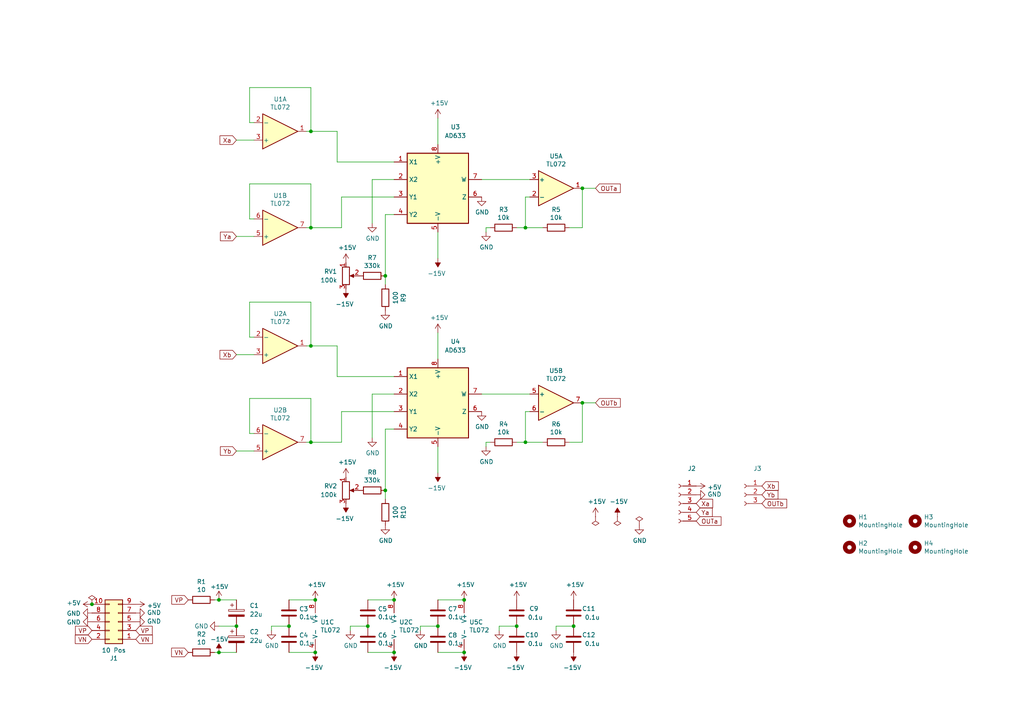
<source format=kicad_sch>
(kicad_sch (version 20211123) (generator eeschema)
  (paper "A4")
  (title_block (title "produkt") (date "2021-07-28") (rev "R01") (comment 1 "schema for main pcb") (comment 2 "vca and ringmodulator") (comment 4 "License CC BY 4.0 - Attribution 4.0 International"))
  (lib_symbols
    (symbol "Amplifier_Operational:TL072" (pin_names (offset 0.127))
      (property "Reference" "U" (at 0 5.08 0))
      (property "Value" "TL072" (at 0 -5.08 0))
      (symbol "TL072_1_1"
        (polyline (pts (xy -5.08 5.08) (xy 5.08 0) (xy -5.08 -5.08) (xy -5.08 5.08)) (stroke (width 0.254)) (fill (type background)))
        (pin output line (at 7.62 0 180) (length 2.54) (name "~") (number "1"))
        (pin input line (at -7.62 -2.54 0) (length 2.54) (name "-") (number "2"))
        (pin input line (at -7.62 2.54 0) (length 2.54) (name "+") (number "3"))
      )
      (symbol "TL072_2_1"
        (polyline (pts (xy -5.08 5.08) (xy 5.08 0) (xy -5.08 -5.08) (xy -5.08 5.08)) (stroke (width 0.254)) (fill (type background)))
        (pin input line (at -7.62 2.54 0) (length 2.54) (name "+") (number "5"))
        (pin input line (at -7.62 -2.54 0) (length 2.54) (name "-") (number "6"))
        (pin output line (at 7.62 0 180) (length 2.54) (name "~") (number "7"))
      )
      (symbol "TL072_3_1"
        (pin power_in line (at -2.54 -7.62 90) (length 3.81) (name "V-") (number "4"))
        (pin power_in line (at -2.54 7.62 270) (length 3.81) (name "V+") (number "8"))
      )
    )
    (symbol "Connector:Conn_01x03_Female" (pin_names (offset 1.016) hide)
      (property "Reference" "J" (at 0 5.08 0))
      (property "Value" "Conn_01x03_Female" (at 0 -5.08 0))
      (symbol "Conn_01x03_Female_1_1"
        (arc (start 0 -2.032) (mid -0.508 -2.54) (end 0 -3.048) (stroke (width 0.1524)))
        (polyline (pts (xy -1.27 -2.54) (xy -0.508 -2.54)) (stroke (width 0.1524)))
        (polyline (pts (xy -1.27 0) (xy -0.508 0)) (stroke (width 0.1524)))
        (polyline (pts (xy -1.27 2.54) (xy -0.508 2.54)) (stroke (width 0.1524)))
        (arc (start 0 0.508) (mid -0.508 0) (end 0 -0.508) (stroke (width 0.1524)))
        (arc (start 0 3.048) (mid -0.508 2.54) (end 0 2.032) (stroke (width 0.1524)))
        (pin passive line (at -5.08 2.54 0) (length 3.81) (name "Pin_1") (number "1"))
        (pin passive line (at -5.08 0 0) (length 3.81) (name "Pin_2") (number "2"))
        (pin passive line (at -5.08 -2.54 0) (length 3.81) (name "Pin_3") (number "3"))
      )
    )
    (symbol "Connector:Conn_01x05_Female" (pin_names (offset 1.016) hide)
      (property "Reference" "J" (at 0 7.62 0))
      (property "Value" "Conn_01x05_Female" (at 0 -7.62 0))
      (symbol "Conn_01x05_Female_1_1"
        (arc (start 0 -4.572) (mid -0.508 -5.08) (end 0 -5.588) (stroke (width 0.1524)))
        (arc (start 0 -2.032) (mid -0.508 -2.54) (end 0 -3.048) (stroke (width 0.1524)))
        (polyline (pts (xy -1.27 -5.08) (xy -0.508 -5.08)) (stroke (width 0.1524)))
        (polyline (pts (xy -1.27 -2.54) (xy -0.508 -2.54)) (stroke (width 0.1524)))
        (polyline (pts (xy -1.27 0) (xy -0.508 0)) (stroke (width 0.1524)))
        (polyline (pts (xy -1.27 2.54) (xy -0.508 2.54)) (stroke (width 0.1524)))
        (polyline (pts (xy -1.27 5.08) (xy -0.508 5.08)) (stroke (width 0.1524)))
        (arc (start 0 0.508) (mid -0.508 0) (end 0 -0.508) (stroke (width 0.1524)))
        (arc (start 0 3.048) (mid -0.508 2.54) (end 0 2.032) (stroke (width 0.1524)))
        (arc (start 0 5.588) (mid -0.508 5.08) (end 0 4.572) (stroke (width 0.1524)))
        (pin passive line (at -5.08 5.08 0) (length 3.81) (name "Pin_1") (number "1"))
        (pin passive line (at -5.08 2.54 0) (length 3.81) (name "Pin_2") (number "2"))
        (pin passive line (at -5.08 0 0) (length 3.81) (name "Pin_3") (number "3"))
        (pin passive line (at -5.08 -2.54 0) (length 3.81) (name "Pin_4") (number "4"))
        (pin passive line (at -5.08 -5.08 0) (length 3.81) (name "Pin_5") (number "5"))
      )
    )
    (symbol "Connector_Generic:Conn_02x05_Odd_Even" (pin_names (offset 1.016) hide)
      (property "Reference" "J" (at 1.27 7.62 0))
      (property "Value" "Conn_02x05_Odd_Even" (at 1.27 -7.62 0))
      (symbol "Conn_02x05_Odd_Even_1_1"
        (rectangle (start -1.27 -4.953) (end 0 -5.207) (stroke (width 0.1524)))
        (rectangle (start -1.27 -2.413) (end 0 -2.667) (stroke (width 0.1524)))
        (rectangle (start -1.27 0.127) (end 0 -0.127) (stroke (width 0.1524)))
        (rectangle (start -1.27 2.667) (end 0 2.413) (stroke (width 0.1524)))
        (rectangle (start -1.27 5.207) (end 0 4.953) (stroke (width 0.1524)))
        (rectangle (start -1.27 6.35) (end 3.81 -6.35) (stroke (width 0.254)) (fill (type background)))
        (rectangle (start 3.81 -4.953) (end 2.54 -5.207) (stroke (width 0.1524)))
        (rectangle (start 3.81 -2.413) (end 2.54 -2.667) (stroke (width 0.1524)))
        (rectangle (start 3.81 0.127) (end 2.54 -0.127) (stroke (width 0.1524)))
        (rectangle (start 3.81 2.667) (end 2.54 2.413) (stroke (width 0.1524)))
        (rectangle (start 3.81 5.207) (end 2.54 4.953) (stroke (width 0.1524)))
        (pin passive line (at -5.08 5.08 0) (length 3.81) (name "Pin_1") (number "1"))
        (pin passive line (at 7.62 -5.08 180) (length 3.81) (name "Pin_10") (number "10"))
        (pin passive line (at 7.62 5.08 180) (length 3.81) (name "Pin_2") (number "2"))
        (pin passive line (at -5.08 2.54 0) (length 3.81) (name "Pin_3") (number "3"))
        (pin passive line (at 7.62 2.54 180) (length 3.81) (name "Pin_4") (number "4"))
        (pin passive line (at -5.08 0 0) (length 3.81) (name "Pin_5") (number "5"))
        (pin passive line (at 7.62 0 180) (length 3.81) (name "Pin_6") (number "6"))
        (pin passive line (at -5.08 -2.54 0) (length 3.81) (name "Pin_7") (number "7"))
        (pin passive line (at 7.62 -2.54 180) (length 3.81) (name "Pin_8") (number "8"))
        (pin passive line (at -5.08 -5.08 0) (length 3.81) (name "Pin_9") (number "9"))
      )
    )
    (symbol "Device:C" (pin_numbers hide) (pin_names (offset 0.254))
      (property "Reference" "C" (at 0.635 2.54 0))
      (property "Value" "C" (at 0.635 -2.54 0))
      (symbol "C_0_1"
        (polyline (pts (xy -2.032 -0.762) (xy 2.032 -0.762)) (stroke (width 0.508)))
        (polyline (pts (xy -2.032 0.762) (xy 2.032 0.762)) (stroke (width 0.508)))
      )
      (symbol "C_1_1"
        (pin passive line (at 0 3.81 270) (length 2.794) (name "~") (number "1"))
        (pin passive line (at 0 -3.81 90) (length 2.794) (name "~") (number "2"))
      )
    )
    (symbol "Device:C_Polarized" (pin_numbers hide) (pin_names (offset 0.254))
      (property "Reference" "C" (at 0.635 2.54 0))
      (property "Value" "C_Polarized" (at 0.635 -2.54 0))
      (symbol "C_Polarized_0_1"
        (rectangle (start -2.286 0.508) (end 2.286 1.016))
        (polyline (pts (xy -1.778 2.286) (xy -0.762 2.286)))
        (polyline (pts (xy -1.27 2.794) (xy -1.27 1.778)))
        (rectangle (start 2.286 -0.508) (end -2.286 -1.016) (fill (type outline)))
      )
      (symbol "C_Polarized_1_1"
        (pin passive line (at 0 3.81 270) (length 2.794) (name "~") (number "1"))
        (pin passive line (at 0 -3.81 90) (length 2.794) (name "~") (number "2"))
      )
    )
    (symbol "Device:R" (pin_numbers hide) (pin_names (offset 0))
      (property "Reference" "R" (at 2.032 0 90))
      (property "Value" "R" (at 0 0 90))
      (symbol "R_0_1"
        (rectangle (start -1.016 -2.54) (end 1.016 2.54) (stroke (width 0.254)))
      )
      (symbol "R_1_1"
        (pin passive line (at 0 3.81 270) (length 1.27) (name "~") (number "1"))
        (pin passive line (at 0 -3.81 90) (length 1.27) (name "~") (number "2"))
      )
    )
    (symbol "Device:R_Potentiometer" (pin_names (offset 1.016) hide)
      (property "Reference" "RV" (at -4.445 0 90))
      (property "Value" "R_Potentiometer" (at -2.54 0 90))
      (symbol "R_Potentiometer_0_1"
        (polyline (pts (xy 2.54 0) (xy 1.524 0)))
        (polyline (pts (xy 1.143 0) (xy 2.286 0.508) (xy 2.286 -0.508) (xy 1.143 0)) (fill (type outline)))
        (rectangle (start 1.016 2.54) (end -1.016 -2.54) (stroke (width 0.254)))
      )
      (symbol "R_Potentiometer_1_1"
        (pin passive line (at 0 3.81 270) (length 1.27) (name "1") (number "1"))
        (pin passive line (at 3.81 0 180) (length 1.27) (name "2") (number "2"))
        (pin passive line (at 0 -3.81 90) (length 1.27) (name "3") (number "3"))
      )
    )
    (symbol "Mechanical:MountingHole" (pin_names (offset 1.016))
      (property "Reference" "H" (at 0 5.08 0))
      (property "Value" "MountingHole" (at 0 3.175 0))
      (symbol "MountingHole_0_1"
        (circle (center 0 0) (radius 1.27) (stroke (width 1.27)))
      )
    )
    (symbol "elektrophon:AD633"
      (property "Reference" "U" (at -10.16 8.89 0))
      (property "Value" "AD633" (at 2.54 8.89 0))
      (symbol "AD633_0_0"
        (pin power_in line (at 0 -15.24 90) (length 2.54) (name "-V") (number "5"))
        (pin power_in line (at 0 10.16 270) (length 2.54) (name "+V") (number "8"))
      )
      (symbol "AD633_0_1"
        (rectangle (start -8.89 -12.7) (end 8.89 7.62) (stroke (width 0.254)) (fill (type background)))
        (rectangle (start -8.89 -12.7) (end 8.89 7.62) (stroke (width 0.254)) (fill (type background)))
      )
      (symbol "AD633_1_1"
        (pin input line (at -12.7 5.08 0) (length 3.81) (name "X1") (number "1"))
        (pin input line (at -12.7 0 0) (length 3.81) (name "X2") (number "2"))
        (pin input line (at -12.7 -5.08 0) (length 3.81) (name "Y1") (number "3"))
        (pin input line (at -12.7 -10.16 0) (length 3.81) (name "Y2") (number "4"))
        (pin input line (at 12.7 -5.08 180) (length 3.81) (name "Z") (number "6"))
        (pin output line (at 12.7 0 180) (length 3.81) (name "W") (number "7"))
      )
    )
    (symbol "power:+15V" (power) (pin_names (offset 0))
      (property "Value" "+15V" (at 0 3.556 0))
      (symbol "+15V_0_1"
        (polyline (pts (xy -0.762 1.27) (xy 0 2.54)))
        (polyline (pts (xy 0 0) (xy 0 2.54)))
        (polyline (pts (xy 0 2.54) (xy 0.762 1.27)))
      )
      (symbol "+15V_1_1"
        (pin power_in line (at 0 0 90) (length 0) hide (name "+15V") (number "1"))
      )
    )
    (symbol "power:+5V" (power) (pin_names (offset 0))
      (property "Value" "+5V" (at 0 3.556 0))
      (symbol "+5V_0_1"
        (polyline (pts (xy -0.762 1.27) (xy 0 2.54)))
        (polyline (pts (xy 0 0) (xy 0 2.54)))
        (polyline (pts (xy 0 2.54) (xy 0.762 1.27)))
      )
      (symbol "+5V_1_1"
        (pin power_in line (at 0 0 90) (length 0) hide (name "+5V") (number "1"))
      )
    )
    (symbol "power:-15V" (power) (pin_names (offset 0))
      (property "Value" "-15V" (at 0 3.81 0))
      (symbol "-15V_0_0"
        (pin power_in line (at 0 0 90) (length 0) hide (name "-15V") (number "1"))
      )
      (symbol "-15V_0_1"
        (polyline (pts (xy 0 0) (xy 0 1.27) (xy 0.762 1.27) (xy 0 2.54) (xy -0.762 1.27) (xy 0 1.27)) (fill (type outline)))
      )
    )
    (symbol "power:GND" (power) (pin_names (offset 0))
      (property "Value" "GND" (at 0 -3.81 0))
      (symbol "GND_0_1"
        (polyline (pts (xy 0 0) (xy 0 -1.27) (xy 1.27 -1.27) (xy 0 -2.54) (xy -1.27 -1.27) (xy 0 -1.27)))
      )
      (symbol "GND_1_1"
        (pin power_in line (at 0 0 270) (length 0) hide (name "GND") (number "1"))
      )
    )
    (symbol "power:PWR_FLAG" (power) (pin_numbers hide) (pin_names (offset 0) hide)
      (property "Value" "PWR_FLAG" (at 0 3.81 0))
      (symbol "PWR_FLAG_0_0"
        (pin power_out line (at 0 0 90) (length 0) (name "pwr") (number "1"))
      )
      (symbol "PWR_FLAG_0_1"
        (polyline (pts (xy 0 0) (xy 0 1.27) (xy -1.016 1.905) (xy 0 2.54) (xy 1.016 1.905) (xy 0 1.27)))
      )
    )
  )
  (junction (at 111.76 80.01))
  (junction (at 26.67 175.26))
  (junction (at 91.44 189.23))
  (junction (at 168.91 54.61))
  (junction (at 106.68 181.61))
  (junction (at 68.58 181.61))
  (junction (at 90.17 100.33))
  (junction (at 90.17 66.04))
  (junction (at 152.4 66.04))
  (junction (at 114.3 173.99))
  (junction (at 168.91 116.84))
  (junction (at 134.62 173.99))
  (junction (at 152.4 128.27))
  (junction (at 83.82 181.61))
  (junction (at 90.17 38.1))
  (junction (at 166.37 181.61))
  (junction (at 134.62 189.23))
  (junction (at 149.86 181.61))
  (junction (at 114.3 189.23))
  (junction (at 91.44 173.99))
  (junction (at 63.5 189.23))
  (junction (at 63.5 173.99))
  (junction (at 127 181.61))
  (junction (at 90.17 128.27))
  (junction (at 111.76 142.24))
  (wire (pts (xy 111.76 82.55) (xy 111.76 80.01)))
  (wire (pts (xy 62.23 173.99) (xy 63.5 173.99)))
  (wire (pts (xy 78.74 182.88) (xy 78.74 181.61)))
  (wire (pts (xy 73.66 97.79) (xy 72.39 97.79)))
  (wire (pts (xy 139.7 52.07) (xy 153.67 52.07)))
  (wire (pts (xy 134.62 189.23) (xy 127 189.23)))
  (wire (pts (xy 114.3 109.22) (xy 97.79 109.22)))
  (wire (pts (xy 121.92 182.88) (xy 121.92 181.61)))
  (wire (pts (xy 127 137.16) (xy 127 129.54)))
  (wire (pts (xy 127 173.99) (xy 134.62 173.99)))
  (wire (pts (xy 73.66 125.73) (xy 72.39 125.73)))
  (wire (pts (xy 152.4 128.27) (xy 152.4 119.38)))
  (wire (pts (xy 139.7 114.3) (xy 153.67 114.3)))
  (wire (pts (xy 63.5 173.99) (xy 68.58 173.99)))
  (wire (pts (xy 111.76 62.23) (xy 114.3 62.23)))
  (wire (pts (xy 72.39 115.57) (xy 90.17 115.57)))
  (wire (pts (xy 168.91 128.27) (xy 168.91 116.84)))
  (wire (pts (xy 99.06 119.38) (xy 114.3 119.38)))
  (wire (pts (xy 165.1 128.27) (xy 168.91 128.27)))
  (wire (pts (xy 83.82 173.99) (xy 91.44 173.99)))
  (wire (pts (xy 88.9 66.04) (xy 90.17 66.04)))
  (wire (pts (xy 97.79 109.22) (xy 97.79 100.33)))
  (wire (pts (xy 68.58 130.81) (xy 73.66 130.81)))
  (wire (pts (xy 127 34.29) (xy 127 41.91)))
  (wire (pts (xy 152.4 66.04) (xy 152.4 57.15)))
  (wire (pts (xy 107.95 114.3) (xy 114.3 114.3)))
  (wire (pts (xy 107.95 114.3) (xy 107.95 127)))
  (wire (pts (xy 88.9 100.33) (xy 90.17 100.33)))
  (wire (pts (xy 88.9 128.27) (xy 90.17 128.27)))
  (wire (pts (xy 153.67 119.38) (xy 152.4 119.38)))
  (wire (pts (xy 90.17 128.27) (xy 99.06 128.27)))
  (wire (pts (xy 72.39 35.56) (xy 72.39 25.4)))
  (wire (pts (xy 149.86 66.04) (xy 152.4 66.04)))
  (wire (pts (xy 90.17 25.4) (xy 90.17 38.1)))
  (wire (pts (xy 90.17 38.1) (xy 97.79 38.1)))
  (wire (pts (xy 101.6 182.88) (xy 101.6 181.61)))
  (wire (pts (xy 111.76 80.01) (xy 111.76 62.23)))
  (wire (pts (xy 157.48 66.04) (xy 152.4 66.04)))
  (wire (pts (xy 149.86 128.27) (xy 152.4 128.27)))
  (wire (pts (xy 107.95 52.07) (xy 107.95 64.77)))
  (wire (pts (xy 140.97 67.31) (xy 140.97 66.04)))
  (wire (pts (xy 114.3 46.99) (xy 97.79 46.99)))
  (wire (pts (xy 106.68 173.99) (xy 114.3 173.99)))
  (wire (pts (xy 90.17 115.57) (xy 90.17 128.27)))
  (wire (pts (xy 72.39 25.4) (xy 90.17 25.4)))
  (wire (pts (xy 168.91 116.84) (xy 172.72 116.84)))
  (wire (pts (xy 90.17 100.33) (xy 97.79 100.33)))
  (wire (pts (xy 78.74 181.61) (xy 83.82 181.61)))
  (wire (pts (xy 140.97 129.54) (xy 140.97 128.27)))
  (wire (pts (xy 111.76 124.46) (xy 114.3 124.46)))
  (wire (pts (xy 168.91 54.61) (xy 172.72 54.61)))
  (wire (pts (xy 99.06 57.15) (xy 114.3 57.15)))
  (wire (pts (xy 161.29 181.61) (xy 166.37 181.61)))
  (wire (pts (xy 90.17 53.34) (xy 90.17 66.04)))
  (wire (pts (xy 107.95 52.07) (xy 114.3 52.07)))
  (wire (pts (xy 68.58 181.61) (xy 63.5 181.61)))
  (wire (pts (xy 62.23 189.23) (xy 63.5 189.23)))
  (wire (pts (xy 140.97 66.04) (xy 142.24 66.04)))
  (wire (pts (xy 72.39 125.73) (xy 72.39 115.57)))
  (wire (pts (xy 73.66 63.5) (xy 72.39 63.5)))
  (wire (pts (xy 68.58 40.64) (xy 73.66 40.64)))
  (wire (pts (xy 101.6 181.61) (xy 106.68 181.61)))
  (wire (pts (xy 97.79 46.99) (xy 97.79 38.1)))
  (wire (pts (xy 73.66 35.56) (xy 72.39 35.56)))
  (wire (pts (xy 68.58 102.87) (xy 73.66 102.87)))
  (wire (pts (xy 127 96.52) (xy 127 104.14)))
  (wire (pts (xy 91.44 189.23) (xy 83.82 189.23)))
  (wire (pts (xy 68.58 68.58) (xy 73.66 68.58)))
  (wire (pts (xy 144.78 181.61) (xy 149.86 181.61)))
  (wire (pts (xy 90.17 66.04) (xy 99.06 66.04)))
  (wire (pts (xy 157.48 128.27) (xy 152.4 128.27)))
  (wire (pts (xy 99.06 66.04) (xy 99.06 57.15)))
  (wire (pts (xy 111.76 144.78) (xy 111.76 142.24)))
  (wire (pts (xy 72.39 97.79) (xy 72.39 87.63)))
  (wire (pts (xy 127 74.93) (xy 127 67.31)))
  (wire (pts (xy 114.3 189.23) (xy 106.68 189.23)))
  (wire (pts (xy 72.39 87.63) (xy 90.17 87.63)))
  (wire (pts (xy 63.5 189.23) (xy 68.58 189.23)))
  (wire (pts (xy 90.17 87.63) (xy 90.17 100.33)))
  (wire (pts (xy 99.06 128.27) (xy 99.06 119.38)))
  (wire (pts (xy 121.92 181.61) (xy 127 181.61)))
  (wire (pts (xy 72.39 53.34) (xy 90.17 53.34)))
  (wire (pts (xy 88.9 38.1) (xy 90.17 38.1)))
  (wire (pts (xy 153.67 57.15) (xy 152.4 57.15)))
  (wire (pts (xy 111.76 142.24) (xy 111.76 124.46)))
  (wire (pts (xy 168.91 66.04) (xy 168.91 54.61)))
  (wire (pts (xy 161.29 182.88) (xy 161.29 181.61)))
  (wire (pts (xy 144.78 182.88) (xy 144.78 181.61)))
  (wire (pts (xy 72.39 63.5) (xy 72.39 53.34)))
  (wire (pts (xy 165.1 66.04) (xy 168.91 66.04)))
  (wire (pts (xy 140.97 128.27) (xy 142.24 128.27)))
  (global_label "Xa" (shape input) (at 68.58 40.64 180) (property "Intersheet References" "${INTERSHEET_REFS}" (effects hide)))
  (global_label "Ya" (shape input) (at 201.93 148.59 0) (property "Intersheet References" "${INTERSHEET_REFS}" (effects hide)))
  (global_label "Xb" (shape input) (at 220.98 140.97 0) (property "Intersheet References" "${INTERSHEET_REFS}" (effects hide)))
  (global_label "Yb" (shape input) (at 68.58 130.81 180) (property "Intersheet References" "${INTERSHEET_REFS}" (effects hide)))
  (global_label "VP" (shape input) (at 39.37 182.88 0) (property "Intersheet References" "${INTERSHEET_REFS}" (effects hide)))
  (global_label "Yb" (shape input) (at 220.98 143.51 0) (property "Intersheet References" "${INTERSHEET_REFS}" (effects hide)))
  (global_label "Xb" (shape input) (at 68.58 102.87 180) (property "Intersheet References" "${INTERSHEET_REFS}" (effects hide)))
  (global_label "VN" (shape input) (at 39.37 185.42 0) (property "Intersheet References" "${INTERSHEET_REFS}" (effects hide)))
  (global_label "OUTb" (shape input) (at 172.72 116.84 0) (property "Intersheet References" "${INTERSHEET_REFS}" (effects hide)))
  (global_label "VN" (shape input) (at 54.61 189.23 180) (property "Intersheet References" "${INTERSHEET_REFS}" (effects hide)))
  (global_label "OUTb" (shape input) (at 220.98 146.05 0) (property "Intersheet References" "${INTERSHEET_REFS}" (effects hide)))
  (global_label "VN" (shape input) (at 26.67 185.42 180) (property "Intersheet References" "${INTERSHEET_REFS}" (effects hide)))
  (global_label "VP" (shape input) (at 54.61 173.99 180) (property "Intersheet References" "${INTERSHEET_REFS}" (effects hide)))
  (global_label "OUTa" (shape input) (at 172.72 54.61 0) (property "Intersheet References" "${INTERSHEET_REFS}" (effects hide)))
  (global_label "VP" (shape input) (at 26.67 182.88 180) (property "Intersheet References" "${INTERSHEET_REFS}" (effects hide)))
  (global_label "Ya" (shape input) (at 68.58 68.58 180) (property "Intersheet References" "${INTERSHEET_REFS}" (effects hide)))
  (global_label "OUTa" (shape input) (at 201.93 151.13 0) (property "Intersheet References" "${INTERSHEET_REFS}" (effects hide)))
  (global_label "Xa" (shape input) (at 201.93 146.05 0) (property "Intersheet References" "${INTERSHEET_REFS}" (effects hide)))
  (symbol (lib_id "power:+15V") (at 91.44 173.99 0) (unit 1)
    (property "Reference" "#PWR011" (effects hide))
    (property "Value" "+15V" (at 91.821 169.5958 0))
  )
  (symbol (lib_id "power:-15V") (at 91.44 189.23 180) (unit 1)
    (property "Reference" "#PWR012" (effects hide))
    (property "Value" "-15V" (at 91.059 193.6242 0))
  )
  (symbol (lib_id "power:+15V") (at 114.3 173.99 0) (unit 1)
    (property "Reference" "#PWR016" (effects hide))
    (property "Value" "+15V" (at 114.681 169.5958 0))
  )
  (symbol (lib_id "power:-15V") (at 114.3 189.23 180) (unit 1)
    (property "Reference" "#PWR017" (effects hide))
    (property "Value" "-15V" (at 113.919 193.6242 0))
  )
  (symbol (lib_id "Device:C") (at 83.82 177.8 0) (unit 1)
    (property "Reference" "C3" (at 86.741 176.6316 0) (effects (justify left)))
    (property "Value" "0.1u" (at 86.741 178.943 0) (effects (justify left)))
    (property "Footprint" "Capacitor_THT:C_Disc_D3.4mm_W2.1mm_P2.50mm" (effects hide))
    (property "Spice_Primitive" "C" (effects hide))
    (property "Spice_Model" "0.1u" (effects hide))
    (property "Spice_Netlist_Enabled" "N" (effects hide))
    (property "Description" "Multilayer Ceramic Capacitors MLCC (50V, L=4 mm, W=2.5 mm, LS=2.5 mm)" (effects hide))
  )
  (symbol (lib_id "Device:C") (at 83.82 185.42 0) (unit 1)
    (property "Reference" "C4" (at 86.741 184.2516 0) (effects (justify left)))
    (property "Value" "0.1u" (at 86.741 186.563 0) (effects (justify left)))
    (property "Footprint" "Capacitor_THT:C_Disc_D3.4mm_W2.1mm_P2.50mm" (effects hide))
    (property "Spice_Primitive" "C" (effects hide))
    (property "Spice_Model" "0.1u" (effects hide))
    (property "Spice_Netlist_Enabled" "N" (effects hide))
    (property "Description" "Multilayer Ceramic Capacitors MLCC (50V, L=4 mm, W=2.5 mm, LS=2.5 mm)" (effects hide))
  )
  (symbol (lib_id "power:GND") (at 78.74 182.88 0) (unit 1)
    (property "Reference" "#PWR010" (effects hide))
    (property "Value" "GND" (at 78.867 187.2742 0))
  )
  (symbol (lib_id "Device:C") (at 106.68 177.8 0) (unit 1)
    (property "Reference" "C5" (at 109.601 176.6316 0) (effects (justify left)))
    (property "Value" "0.1u" (at 109.601 178.943 0) (effects (justify left)))
    (property "Footprint" "Capacitor_THT:C_Disc_D3.4mm_W2.1mm_P2.50mm" (effects hide))
    (property "Spice_Primitive" "C" (effects hide))
    (property "Spice_Model" "0.1u" (effects hide))
    (property "Spice_Netlist_Enabled" "N" (effects hide))
    (property "Description" "Multilayer Ceramic Capacitors MLCC (50V, L=4 mm, W=2.5 mm, LS=2.5 mm)" (effects hide))
  )
  (symbol (lib_id "Device:C") (at 106.68 185.42 0) (unit 1)
    (property "Reference" "C6" (at 109.601 184.2516 0) (effects (justify left)))
    (property "Value" "0.1u" (at 109.601 186.563 0) (effects (justify left)))
    (property "Footprint" "Capacitor_THT:C_Disc_D3.4mm_W2.1mm_P2.50mm" (effects hide))
    (property "Spice_Primitive" "C" (effects hide))
    (property "Spice_Model" "0.1u" (effects hide))
    (property "Spice_Netlist_Enabled" "N" (effects hide))
    (property "Description" "Multilayer Ceramic Capacitors MLCC (50V, L=4 mm, W=2.5 mm, LS=2.5 mm)" (effects hide))
  )
  (symbol (lib_id "power:GND") (at 101.6 182.88 0) (unit 1)
    (property "Reference" "#PWR013" (effects hide))
    (property "Value" "GND" (at 101.727 187.2742 0))
  )
  (symbol (lib_id "elektrophon:AD633") (at 127 52.07 0) (unit 1)
    (property "Reference" "U3" (at 132.08 36.83 0))
    (property "Value" "AD633" (at 132.08 39.37 0))
    (property "Footprint" "Package_DIP:DIP-8_W7.62mm" (effects hide))
    (property "Datasheet" "https://www.analog.com/media/en/technical-documentation/data-sheets/AD633.pdf" (effects hide))
    (property "Spice_Primitive" "X" (effects hide))
    (property "Spice_Model" "AD633" (effects hide))
    (property "Spice_Netlist_Enabled" "Y" (effects hide))
    (property "Description" "Analog Multiplier, DIP-8/SOIC-8" (effects hide))
  )
  (symbol (lib_id "power:GND") (at 107.95 64.77 0) (unit 1)
    (property "Reference" "#PWR014" (effects hide))
    (property "Value" "GND" (at 108.077 69.1642 0))
  )
  (symbol (lib_id "Device:R") (at 161.29 66.04 270) (unit 1)
    (property "Reference" "R5" (at 161.29 60.7822 90))
    (property "Value" "10k" (at 161.29 63.0936 90))
    (property "Footprint" "Resistor_THT:R_Axial_DIN0204_L3.6mm_D1.6mm_P5.08mm_Horizontal" (effects hide))
    (property "Description" "Metal Film Resistors - Through Hole (L=3.6 mm, D=1.6 mm, 1%)" (effects hide))
  )
  (symbol (lib_id "Device:R") (at 146.05 66.04 270) (unit 1)
    (property "Reference" "R3" (at 146.05 60.7822 90))
    (property "Value" "10k" (at 146.05 63.0936 90))
    (property "Footprint" "Resistor_THT:R_Axial_DIN0204_L3.6mm_D1.6mm_P5.08mm_Horizontal" (effects hide))
    (property "Description" "Metal Film Resistors - Through Hole (L=3.6 mm, D=1.6 mm, 1%)" (effects hide))
  )
  (symbol (lib_id "power:GND") (at 140.97 67.31 0) (unit 1)
    (property "Reference" "#PWR025" (effects hide))
    (property "Value" "GND" (at 141.097 71.7042 0))
  )
  (symbol (lib_id "Device:C") (at 149.86 177.8 0) (unit 1)
    (property "Reference" "C9" (at 156.21 176.53 0) (effects (justify right)))
    (property "Value" "0.1u" (at 157.48 179.07 0) (effects (justify right)))
    (property "Footprint" "Capacitor_THT:C_Disc_D3.4mm_W2.1mm_P2.50mm" (effects hide))
    (property "Spice_Primitive" "C" (effects hide))
    (property "Spice_Model" "0.1u" (effects hide))
    (property "Spice_Netlist_Enabled" "N" (effects hide))
    (property "Description" "Multilayer Ceramic Capacitors MLCC (50V, L=4 mm, W=2.5 mm, LS=2.5 mm)" (effects hide))
  )
  (symbol (lib_id "Device:C") (at 149.86 185.42 0) (unit 1)
    (property "Reference" "C10" (at 156.21 184.15 0) (effects (justify right)))
    (property "Value" "0.1u" (at 157.48 186.69 0) (effects (justify right)))
    (property "Footprint" "Capacitor_THT:C_Disc_D3.4mm_W2.1mm_P2.50mm" (effects hide))
    (property "Spice_Primitive" "C" (effects hide))
    (property "Spice_Model" "0.1u" (effects hide))
    (property "Spice_Netlist_Enabled" "N" (effects hide))
    (property "Description" "Multilayer Ceramic Capacitors MLCC (50V, L=4 mm, W=2.5 mm, LS=2.5 mm)" (effects hide))
  )
  (symbol (lib_id "power:+15V") (at 127 34.29 0) (unit 1)
    (property "Reference" "#PWR019" (effects hide))
    (property "Value" "+15V" (at 127.381 29.8958 0))
  )
  (symbol (lib_id "power:-15V") (at 127 74.93 180) (unit 1)
    (property "Reference" "#PWR020" (effects hide))
    (property "Value" "-15V" (at 126.619 79.3242 0))
  )
  (symbol (lib_id "power:-15V") (at 63.5 189.23 0) (unit 1)
    (property "Reference" "#PWR09" (effects hide))
    (property "Value" "-15V" (at 60.96 185.42 0) (effects (justify left)))
  )
  (symbol (lib_id "power:+5V") (at 39.37 175.26 270) (unit 1)
    (property "Reference" "#PWR04" (effects hide))
    (property "Value" "+5V" (at 42.6212 175.641 90) (effects (justify left)))
  )
  (symbol (lib_id "power:GND") (at 144.78 182.88 0) (unit 1)
    (property "Reference" "#PWR027" (effects hide))
    (property "Value" "GND" (at 144.907 187.2742 0))
  )
  (symbol (lib_id "power:-15V") (at 149.86 189.23 180) (unit 1)
    (property "Reference" "#PWR029" (effects hide))
    (property "Value" "-15V" (at 149.479 193.6242 0))
  )
  (symbol (lib_id "power:+15V") (at 149.86 173.99 0) (unit 1)
    (property "Reference" "#PWR028" (effects hide))
    (property "Value" "+15V" (at 150.241 169.5958 0))
  )
  (symbol (lib_id "Mechanical:MountingHole") (at 246.38 158.75 0) (unit 1)
    (property "Reference" "H2" (at 248.92 157.5816 0) (effects (justify left)))
    (property "Value" "MountingHole" (at 248.92 159.893 0) (effects (justify left)))
    (property "Footprint" "MountingHole:MountingHole_2.2mm_M2" (effects hide))
  )
  (symbol (lib_id "power:GND") (at 26.67 180.34 270) (unit 1)
    (property "Reference" "#PWR03" (effects hide))
    (property "Value" "GND" (at 23.4188 180.467 90) (effects (justify right)))
  )
  (symbol (lib_id "power:+15V") (at 172.72 149.86 0) (unit 1)
    (property "Reference" "#PWR033" (effects hide))
    (property "Value" "+15V" (at 173.101 145.4658 0))
  )
  (symbol (lib_id "power:GND") (at 185.42 152.4 0) (unit 1)
    (property "Reference" "#PWR035" (effects hide))
    (property "Value" "GND" (at 185.547 156.7942 0))
  )
  (symbol (lib_id "Device:R") (at 58.42 173.99 270) (unit 1)
    (property "Reference" "R1" (at 58.42 168.7322 90))
    (property "Value" "10" (at 58.42 171.0436 90))
    (property "Footprint" "Resistor_THT:R_Axial_DIN0204_L3.6mm_D1.6mm_P5.08mm_Horizontal" (effects hide))
    (property "Spice_Primitive" "R" (effects hide))
    (property "Spice_Model" "10" (effects hide))
    (property "Spice_Netlist_Enabled" "N" (effects hide))
    (property "Description" "Metal Film Resistors - Through Hole (L=3.6 mm, D=1.6 mm, 1%)" (effects hide))
  )
  (symbol (lib_id "power:PWR_FLAG") (at 26.67 175.26 0) (unit 1)
    (property "Reference" "#FLG01" (effects hide))
    (property "Value" "PWR_FLAG" (effects hide))
  )
  (symbol (lib_id "power:GND") (at 63.5 181.61 270) (unit 1)
    (property "Reference" "#PWR08" (effects hide))
    (property "Value" "GND" (at 58.42 181.61 90))
  )
  (symbol (lib_id "power:GND") (at 26.67 177.8 270) (unit 1)
    (property "Reference" "#PWR02" (effects hide))
    (property "Value" "GND" (at 23.4188 177.927 90) (effects (justify right)))
  )
  (symbol (lib_id "power:-15V") (at 179.07 149.86 0) (unit 1)
    (property "Reference" "#PWR034" (effects hide))
    (property "Value" "-15V" (at 179.451 145.4658 0))
  )
  (symbol (lib_id "power:GND") (at 39.37 180.34 90) (unit 1)
    (property "Reference" "#PWR06" (effects hide))
    (property "Value" "GND" (at 42.6212 180.213 90) (effects (justify right)))
  )
  (symbol (lib_id "Device:R") (at 58.42 189.23 270) (unit 1)
    (property "Reference" "R2" (at 58.42 183.9722 90))
    (property "Value" "10" (at 58.42 186.2836 90))
    (property "Footprint" "Resistor_THT:R_Axial_DIN0204_L3.6mm_D1.6mm_P5.08mm_Horizontal" (effects hide))
    (property "Spice_Primitive" "R" (effects hide))
    (property "Spice_Model" "10" (effects hide))
    (property "Spice_Netlist_Enabled" "N" (effects hide))
    (property "Description" "Metal Film Resistors - Through Hole (L=3.6 mm, D=1.6 mm, 1%)" (effects hide))
  )
  (symbol (lib_id "power:GND") (at 39.37 177.8 90) (unit 1)
    (property "Reference" "#PWR05" (effects hide))
    (property "Value" "GND" (at 42.6212 177.673 90) (effects (justify right)))
  )
  (symbol (lib_id "Mechanical:MountingHole") (at 265.43 151.13 0) (unit 1)
    (property "Reference" "H3" (at 267.97 149.9616 0) (effects (justify left)))
    (property "Value" "MountingHole" (at 267.97 152.273 0) (effects (justify left)))
    (property "Footprint" "MountingHole:MountingHole_2.2mm_M2" (effects hide))
  )
  (symbol (lib_id "Mechanical:MountingHole") (at 265.43 158.75 0) (unit 1)
    (property "Reference" "H4" (at 267.97 157.5816 0) (effects (justify left)))
    (property "Value" "MountingHole" (at 267.97 159.893 0) (effects (justify left)))
    (property "Footprint" "MountingHole:MountingHole_2.2mm_M2" (effects hide))
  )
  (symbol (lib_id "elektrophon:AD633") (at 127 114.3 0) (unit 1)
    (property "Reference" "U4" (at 132.08 99.06 0))
    (property "Value" "AD633" (at 132.08 101.6 0))
    (property "Footprint" "Package_DIP:DIP-8_W7.62mm" (effects hide))
    (property "Datasheet" "https://www.analog.com/media/en/technical-documentation/data-sheets/AD633.pdf" (effects hide))
    (property "Spice_Primitive" "X" (effects hide))
    (property "Spice_Model" "AD633" (effects hide))
    (property "Spice_Netlist_Enabled" "Y" (effects hide))
    (property "Description" "Analog Multiplier, DIP-8/SOIC-8" (effects hide))
  )
  (symbol (lib_id "power:GND") (at 107.95 127 0) (unit 1)
    (property "Reference" "#PWR015" (effects hide))
    (property "Value" "GND" (at 108.077 131.3942 0))
  )
  (symbol (lib_id "power:+15V") (at 127 96.52 0) (unit 1)
    (property "Reference" "#PWR021" (effects hide))
    (property "Value" "+15V" (at 127.381 92.1258 0))
  )
  (symbol (lib_id "power:-15V") (at 127 137.16 180) (unit 1)
    (property "Reference" "#PWR022" (effects hide))
    (property "Value" "-15V" (at 126.619 141.5542 0))
  )
  (symbol (lib_id "Device:R") (at 161.29 128.27 270) (unit 1)
    (property "Reference" "R6" (at 161.29 123.0122 90))
    (property "Value" "10k" (at 161.29 125.3236 90))
    (property "Footprint" "Resistor_THT:R_Axial_DIN0204_L3.6mm_D1.6mm_P5.08mm_Horizontal" (effects hide))
    (property "Description" "Metal Film Resistors - Through Hole (L=3.6 mm, D=1.6 mm, 1%)" (effects hide))
  )
  (symbol (lib_id "Device:R") (at 146.05 128.27 270) (unit 1)
    (property "Reference" "R4" (at 146.05 123.0122 90))
    (property "Value" "10k" (at 146.05 125.3236 90))
    (property "Footprint" "Resistor_THT:R_Axial_DIN0204_L3.6mm_D1.6mm_P5.08mm_Horizontal" (effects hide))
    (property "Description" "Metal Film Resistors - Through Hole (L=3.6 mm, D=1.6 mm, 1%)" (effects hide))
  )
  (symbol (lib_id "power:GND") (at 140.97 129.54 0) (unit 1)
    (property "Reference" "#PWR026" (effects hide))
    (property "Value" "GND" (at 141.097 133.9342 0))
  )
  (symbol (lib_id "power:+15V") (at 166.37 173.99 0) (unit 1)
    (property "Reference" "#PWR031" (effects hide))
    (property "Value" "+15V" (at 166.751 169.5958 0))
  )
  (symbol (lib_id "power:-15V") (at 166.37 189.23 180) (unit 1)
    (property "Reference" "#PWR032" (effects hide))
    (property "Value" "-15V" (at 165.989 193.6242 0))
  )
  (symbol (lib_id "power:GND") (at 161.29 182.88 0) (unit 1)
    (property "Reference" "#PWR030" (effects hide))
    (property "Value" "GND" (at 161.417 187.2742 0))
  )
  (symbol (lib_id "Device:C") (at 166.37 185.42 0) (unit 1)
    (property "Reference" "C12" (at 172.72 184.15 0) (effects (justify right)))
    (property "Value" "0.1u" (at 173.99 186.69 0) (effects (justify right)))
    (property "Footprint" "Capacitor_THT:C_Disc_D3.4mm_W2.1mm_P2.50mm" (effects hide))
    (property "Spice_Primitive" "C" (effects hide))
    (property "Spice_Model" "0.1u" (effects hide))
    (property "Spice_Netlist_Enabled" "N" (effects hide))
    (property "Description" "Multilayer Ceramic Capacitors MLCC (50V, L=4 mm, W=2.5 mm, LS=2.5 mm)" (effects hide))
  )
  (symbol (lib_id "Device:C") (at 166.37 177.8 0) (unit 1)
    (property "Reference" "C11" (at 172.72 176.53 0) (effects (justify right)))
    (property "Value" "0.1u" (at 173.99 179.07 0) (effects (justify right)))
    (property "Footprint" "Capacitor_THT:C_Disc_D3.4mm_W2.1mm_P2.50mm" (effects hide))
    (property "Spice_Primitive" "C" (effects hide))
    (property "Spice_Model" "0.1u" (effects hide))
    (property "Spice_Netlist_Enabled" "N" (effects hide))
    (property "Description" "Multilayer Ceramic Capacitors MLCC (50V, L=4 mm, W=2.5 mm, LS=2.5 mm)" (effects hide))
  )
  (symbol (lib_id "power:GND") (at 201.93 143.51 90) (unit 1)
    (property "Reference" "#PWR037" (effects hide))
    (property "Value" "GND" (at 205.1812 143.383 90) (effects (justify right)))
  )
  (symbol (lib_id "power:GND") (at 121.92 182.88 0) (unit 1)
    (property "Reference" "#PWR018" (effects hide))
    (property "Value" "GND" (at 122.047 187.2742 0))
  )
  (symbol (lib_id "Device:C") (at 127 185.42 0) (unit 1)
    (property "Reference" "C8" (at 129.921 184.2516 0) (effects (justify left)))
    (property "Value" "0.1u" (at 129.921 186.563 0) (effects (justify left)))
    (property "Footprint" "Capacitor_THT:C_Disc_D3.4mm_W2.1mm_P2.50mm" (effects hide))
    (property "Spice_Primitive" "C" (effects hide))
    (property "Spice_Model" "0.1u" (effects hide))
    (property "Spice_Netlist_Enabled" "N" (effects hide))
    (property "Description" "Multilayer Ceramic Capacitors MLCC (50V, L=4 mm, W=2.5 mm, LS=2.5 mm)" (effects hide))
  )
  (symbol (lib_id "Device:C") (at 127 177.8 0) (unit 1)
    (property "Reference" "C7" (at 129.921 176.6316 0) (effects (justify left)))
    (property "Value" "0.1u" (at 129.921 178.943 0) (effects (justify left)))
    (property "Footprint" "Capacitor_THT:C_Disc_D3.4mm_W2.1mm_P2.50mm" (effects hide))
    (property "Spice_Primitive" "C" (effects hide))
    (property "Spice_Model" "0.1u" (effects hide))
    (property "Spice_Netlist_Enabled" "N" (effects hide))
    (property "Description" "Multilayer Ceramic Capacitors MLCC (50V, L=4 mm, W=2.5 mm, LS=2.5 mm)" (effects hide))
  )
  (symbol (lib_id "power:-15V") (at 134.62 189.23 180) (unit 1)
    (property "Reference" "#PWR024" (effects hide))
    (property "Value" "-15V" (at 134.239 193.6242 0))
  )
  (symbol (lib_id "power:+15V") (at 134.62 173.99 0) (unit 1)
    (property "Reference" "#PWR023" (effects hide))
    (property "Value" "+15V" (at 135.001 169.5958 0))
  )
  (symbol (lib_id "power:PWR_FLAG") (at 185.42 152.4 0) (unit 1)
    (property "Reference" "#FLG04" (effects hide))
    (property "Value" "PWR_FLAG" (effects hide))
  )
  (symbol (lib_id "power:+5V") (at 201.93 140.97 270) (unit 1)
    (property "Reference" "#PWR036" (effects hide))
    (property "Value" "+5V" (at 205.1812 141.351 90) (effects (justify left)))
  )
  (symbol (lib_id "power:GND") (at 139.7 57.15 0) (unit 1)
    (property "Reference" "#PWR0101" (effects hide))
    (property "Value" "GND" (at 139.827 61.5442 0))
  )
  (symbol (lib_id "power:GND") (at 139.7 119.38 0) (unit 1)
    (property "Reference" "#PWR0102" (effects hide))
    (property "Value" "GND" (at 139.827 123.7742 0))
  )
  (symbol (lib_id "power:+15V") (at 100.33 138.43 0) (unit 1)
    (property "Reference" "#PWR040" (effects hide))
    (property "Value" "+15V" (at 100.711 134.0358 0))
  )
  (symbol (lib_id "power:-15V") (at 100.33 146.05 180) (unit 1)
    (property "Reference" "#PWR041" (effects hide))
    (property "Value" "-15V" (at 99.949 150.4442 0))
  )
  (symbol (lib_id "Device:R") (at 107.95 142.24 270) (unit 1)
    (property "Reference" "R8" (at 107.95 136.9822 90))
    (property "Value" "330k" (at 107.95 139.2936 90))
    (property "Footprint" "Resistor_THT:R_Axial_DIN0204_L3.6mm_D1.6mm_P5.08mm_Horizontal" (effects hide))
    (property "Description" "Metal Film Resistors - Through Hole (L=3.6 mm, D=1.6 mm, 1%)" (effects hide))
  )
  (symbol (lib_id "Device:R") (at 111.76 148.59 180) (unit 1)
    (property "Reference" "R10" (at 117.0178 148.59 90))
    (property "Value" "100" (at 114.7064 148.59 90))
    (property "Footprint" "Resistor_THT:R_Axial_DIN0204_L3.6mm_D1.6mm_P5.08mm_Horizontal" (effects hide))
    (property "Description" "Metal Film Resistors - Through Hole (L=3.6 mm, D=1.6 mm, 1%)" (effects hide))
  )
  (symbol (lib_id "power:GND") (at 111.76 152.4 0) (unit 1)
    (property "Reference" "#PWR043" (effects hide))
    (property "Value" "GND" (at 111.887 156.7942 0))
  )
  (symbol (lib_id "power:+15V") (at 100.33 76.2 0) (unit 1)
    (property "Reference" "#PWR038" (effects hide))
    (property "Value" "+15V" (at 100.711 71.8058 0))
  )
  (symbol (lib_id "power:-15V") (at 100.33 83.82 180) (unit 1)
    (property "Reference" "#PWR039" (effects hide))
    (property "Value" "-15V" (at 99.949 88.2142 0))
  )
  (symbol (lib_id "Device:R") (at 107.95 80.01 270) (unit 1)
    (property "Reference" "R7" (at 107.95 74.7522 90))
    (property "Value" "330k" (at 107.95 77.0636 90))
    (property "Footprint" "Resistor_THT:R_Axial_DIN0204_L3.6mm_D1.6mm_P5.08mm_Horizontal" (effects hide))
    (property "Description" "Metal Film Resistors - Through Hole (L=3.6 mm, D=1.6 mm, 1%)" (effects hide))
  )
  (symbol (lib_id "Device:R") (at 111.76 86.36 180) (unit 1)
    (property "Reference" "R9" (at 117.0178 86.36 90))
    (property "Value" "100" (at 114.7064 86.36 90))
    (property "Footprint" "Resistor_THT:R_Axial_DIN0204_L3.6mm_D1.6mm_P5.08mm_Horizontal" (effects hide))
    (property "Description" "Metal Film Resistors - Through Hole (L=3.6 mm, D=1.6 mm, 1%)" (effects hide))
  )
  (symbol (lib_id "power:GND") (at 111.76 90.17 0) (unit 1)
    (property "Reference" "#PWR042" (effects hide))
    (property "Value" "GND" (at 111.887 94.5642 0))
  )
  (symbol (lib_id "power:PWR_FLAG") (at 172.72 149.86 180) (unit 1)
    (property "Reference" "#FLG02" (effects hide))
    (property "Value" "PWR_FLAG" (effects hide))
  )
  (symbol (lib_id "power:PWR_FLAG") (at 179.07 149.86 180) (unit 1)
    (property "Reference" "#FLG03" (effects hide))
    (property "Value" "PWR_FLAG" (effects hide))
  )
  (symbol (lib_id "power:+15V") (at 63.5 173.99 0) (unit 1)
    (property "Reference" "#PWR07" (effects hide))
    (property "Value" "+15V" (at 60.96 170.18 0) (effects (justify left)))
  )
  (symbol (lib_id "Connector_Generic:Conn_02x05_Odd_Even") (at 34.29 180.34 180) (unit 1)
    (property "Reference" "J1" (at 33.02 190.9318 0))
    (property "Value" "10 Pos" (at 33.02 188.6204 0))
    (property "Footprint" "Connector_IDC:IDC-Header_2x05_P2.54mm_Vertical" (effects hide))
    (property "Spice_Primitive" "J" (effects hide))
    (property "Spice_Model" "IDC Header" (effects hide))
    (property "Spice_Netlist_Enabled" "N" (effects hide))
    (property "Description" "Pin Header IDC (2.54mm)" (effects hide))
  )
  (symbol (lib_id "power:+5V") (at 26.67 175.26 90) (unit 1)
    (property "Reference" "#PWR01" (effects hide))
    (property "Value" "+5V" (at 23.4188 174.879 90) (effects (justify left)))
  )
  (symbol (lib_id "Mechanical:MountingHole") (at 246.38 151.13 0) (unit 1)
    (property "Reference" "H1" (at 248.92 149.9616 0) (effects (justify left)))
    (property "Value" "MountingHole" (at 248.92 152.273 0) (effects (justify left)))
    (property "Footprint" "MountingHole:MountingHole_2.2mm_M2" (effects hide))
  )
  (symbol (lib_id "Amplifier_Operational:TL072") (at 81.28 38.1 0) (mirror x) (unit 1)
    (property "Reference" "U1" (at 81.28 28.7782 0))
    (property "Value" "TL072" (at 81.28 31.0896 0))
    (property "Footprint" "Package_DIP:DIP-8_W7.62mm_Socket" (effects hide))
    (property "Datasheet" "http://www.ti.com/lit/ds/symlink/tl071.pdf" (effects hide))
  )
  (symbol (lib_id "Amplifier_Operational:TL072") (at 81.28 66.04 0) (mirror x) (unit 2)
    (property "Reference" "U1" (at 81.28 56.7182 0))
    (property "Value" "TL072" (at 81.28 59.0296 0))
    (property "Footprint" "Package_DIP:DIP-8_W7.62mm_Socket" (effects hide))
    (property "Datasheet" "http://www.ti.com/lit/ds/symlink/tl071.pdf" (effects hide))
  )
  (symbol (lib_id "Amplifier_Operational:TL072") (at 81.28 100.33 0) (mirror x) (unit 1)
    (property "Reference" "U2" (at 81.28 91.0082 0))
    (property "Value" "TL072" (at 81.28 93.3196 0))
    (property "Footprint" "Package_DIP:DIP-8_W7.62mm_Socket" (effects hide))
    (property "Datasheet" "http://www.ti.com/lit/ds/symlink/tl071.pdf" (effects hide))
  )
  (symbol (lib_id "Amplifier_Operational:TL072") (at 81.28 128.27 0) (mirror x) (unit 2)
    (property "Reference" "U2" (at 81.28 118.9482 0))
    (property "Value" "TL072" (at 81.28 121.2596 0))
    (property "Footprint" "Package_DIP:DIP-8_W7.62mm_Socket" (effects hide))
    (property "Datasheet" "http://www.ti.com/lit/ds/symlink/tl071.pdf" (effects hide))
  )
  (symbol (lib_id "Amplifier_Operational:TL072") (at 161.29 116.84 0) (unit 2)
    (property "Reference" "U5" (at 161.29 107.5182 0))
    (property "Value" "TL072" (at 161.29 109.8296 0))
    (property "Footprint" "Package_DIP:DIP-8_W7.62mm_Socket" (effects hide))
    (property "Datasheet" "http://www.ti.com/lit/ds/symlink/tl071.pdf" (effects hide))
  )
  (symbol (lib_id "Amplifier_Operational:TL072") (at 161.29 54.61 0) (unit 1)
    (property "Reference" "U5" (at 161.29 45.2882 0))
    (property "Value" "TL072" (at 161.29 47.5996 0))
    (property "Footprint" "Package_DIP:DIP-8_W7.62mm_Socket" (effects hide))
    (property "Datasheet" "http://www.ti.com/lit/ds/symlink/tl071.pdf" (effects hide))
  )
  (symbol (lib_id "Amplifier_Operational:TL072") (at 93.98 181.61 0) (unit 3)
    (property "Reference" "U1" (at 92.9132 180.4416 0) (effects (justify left)))
    (property "Value" "TL072" (at 92.9132 182.753 0) (effects (justify left)))
    (property "Footprint" "Package_DIP:DIP-8_W7.62mm_Socket" (effects hide))
    (property "Datasheet" "http://www.ti.com/lit/ds/symlink/tl071.pdf" (effects hide))
  )
  (symbol (lib_id "Amplifier_Operational:TL072") (at 116.84 181.61 0) (unit 3)
    (property "Reference" "U2" (at 115.7732 180.4416 0) (effects (justify left)))
    (property "Value" "TL072" (at 115.7732 182.753 0) (effects (justify left)))
    (property "Footprint" "Package_DIP:DIP-8_W7.62mm_Socket" (effects hide))
    (property "Datasheet" "http://www.ti.com/lit/ds/symlink/tl071.pdf" (effects hide))
  )
  (symbol (lib_id "Amplifier_Operational:TL072") (at 137.16 181.61 0) (unit 3)
    (property "Reference" "U5" (at 136.0932 180.4416 0) (effects (justify left)))
    (property "Value" "TL072" (at 136.0932 182.753 0) (effects (justify left)))
    (property "Footprint" "Package_DIP:DIP-8_W7.62mm_Socket" (effects hide))
    (property "Datasheet" "http://www.ti.com/lit/ds/symlink/tl071.pdf" (effects hide))
  )
  (symbol (lib_id "Connector:Conn_01x05_Female") (at 196.85 146.05 0) (mirror y) (unit 1)
    (property "Reference" "J2" (at 200.66 135.89 0))
    (property "Value" "01x05 Female" (effects hide))
    (property "Footprint" "Connector_PinSocket_2.54mm:PinSocket_1x05_P2.54mm_Vertical" (effects hide))
    (property "Description" "Board to Board Connectors (2.54 mm)" (effects hide))
  )
  (symbol (lib_id "Connector:Conn_01x03_Female") (at 215.9 143.51 0) (mirror y) (unit 1)
    (property "Reference" "J3" (at 219.71 135.89 0))
    (property "Value" "01x03 Female" (effects hide))
    (property "Footprint" "Connector_PinSocket_2.54mm:PinSocket_1x03_P2.54mm_Vertical" (effects hide))
    (property "Description" "Board to Board Connectors (2.54 mm)" (effects hide))
  )
  (symbol (lib_id "Device:R_Potentiometer") (at 100.33 142.24 0) (unit 1)
    (property "Reference" "RV2" (at 97.79 140.9699 0) (effects (justify right)))
    (property "Value" "100k" (at 97.79 143.5099 0) (effects (justify right)))
  )
  (symbol (lib_id "Device:C_Polarized") (at 68.58 185.42 0) (unit 1)
    (property "Reference" "C2" (at 72.39 183.2609 0) (effects (justify left)))
    (property "Value" "22u" (at 72.39 185.8009 0) (effects (justify left)))
    (property "Footprint" "Capacitor_THT:CP_Radial_D6.3mm_P2.50mm" (effects hide))
  )
  (symbol (lib_id "Device:R_Potentiometer") (at 100.33 80.01 0) (unit 1)
    (property "Reference" "RV1" (at 97.79 78.7399 0) (effects (justify right)))
    (property "Value" "100k" (at 97.79 81.2799 0) (effects (justify right)))
  )
  (symbol (lib_id "Device:C_Polarized") (at 68.58 177.8 0) (unit 1)
    (property "Reference" "C1" (at 72.39 175.6409 0) (effects (justify left)))
    (property "Value" "22u" (at 72.39 178.1809 0) (effects (justify left)))
    (property "Footprint" "Capacitor_THT:CP_Radial_D6.3mm_P2.50mm" (effects hide))
  )
)
</source>
